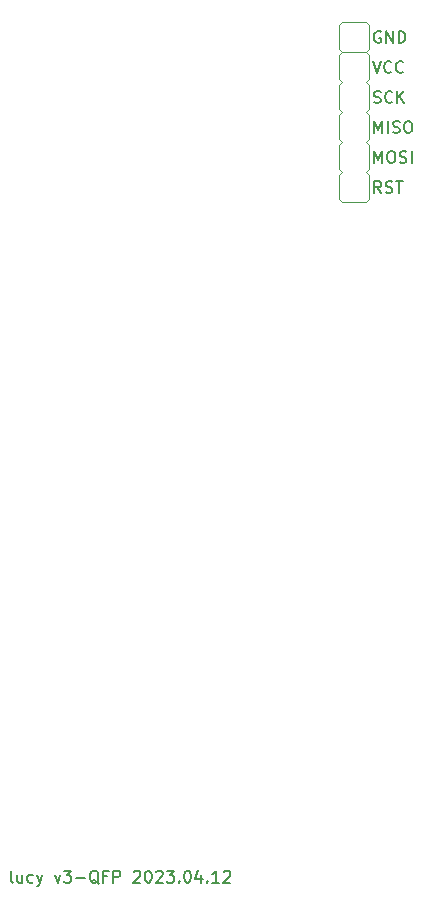
<source format=gbr>
%TF.GenerationSoftware,KiCad,Pcbnew,7.0.1-0*%
%TF.CreationDate,2023-04-12T11:46:53-05:00*%
%TF.ProjectId,pcb,7063622e-6b69-4636-9164-5f7063625858,rev?*%
%TF.SameCoordinates,Original*%
%TF.FileFunction,Legend,Top*%
%TF.FilePolarity,Positive*%
%FSLAX46Y46*%
G04 Gerber Fmt 4.6, Leading zero omitted, Abs format (unit mm)*
G04 Created by KiCad (PCBNEW 7.0.1-0) date 2023-04-12 11:46:53*
%MOMM*%
%LPD*%
G01*
G04 APERTURE LIST*
%ADD10C,0.150000*%
%ADD11C,0.120000*%
G04 APERTURE END LIST*
D10*
X231505952Y-94902619D02*
X231410714Y-94855000D01*
X231410714Y-94855000D02*
X231363095Y-94759761D01*
X231363095Y-94759761D02*
X231363095Y-93902619D01*
X232315476Y-94235952D02*
X232315476Y-94902619D01*
X231886905Y-94235952D02*
X231886905Y-94759761D01*
X231886905Y-94759761D02*
X231934524Y-94855000D01*
X231934524Y-94855000D02*
X232029762Y-94902619D01*
X232029762Y-94902619D02*
X232172619Y-94902619D01*
X232172619Y-94902619D02*
X232267857Y-94855000D01*
X232267857Y-94855000D02*
X232315476Y-94807380D01*
X233220238Y-94855000D02*
X233125000Y-94902619D01*
X233125000Y-94902619D02*
X232934524Y-94902619D01*
X232934524Y-94902619D02*
X232839286Y-94855000D01*
X232839286Y-94855000D02*
X232791667Y-94807380D01*
X232791667Y-94807380D02*
X232744048Y-94712142D01*
X232744048Y-94712142D02*
X232744048Y-94426428D01*
X232744048Y-94426428D02*
X232791667Y-94331190D01*
X232791667Y-94331190D02*
X232839286Y-94283571D01*
X232839286Y-94283571D02*
X232934524Y-94235952D01*
X232934524Y-94235952D02*
X233125000Y-94235952D01*
X233125000Y-94235952D02*
X233220238Y-94283571D01*
X233553572Y-94235952D02*
X233791667Y-94902619D01*
X234029762Y-94235952D02*
X233791667Y-94902619D01*
X233791667Y-94902619D02*
X233696429Y-95140714D01*
X233696429Y-95140714D02*
X233648810Y-95188333D01*
X233648810Y-95188333D02*
X233553572Y-95235952D01*
X235077382Y-94235952D02*
X235315477Y-94902619D01*
X235315477Y-94902619D02*
X235553572Y-94235952D01*
X235839287Y-93902619D02*
X236458334Y-93902619D01*
X236458334Y-93902619D02*
X236125001Y-94283571D01*
X236125001Y-94283571D02*
X236267858Y-94283571D01*
X236267858Y-94283571D02*
X236363096Y-94331190D01*
X236363096Y-94331190D02*
X236410715Y-94378809D01*
X236410715Y-94378809D02*
X236458334Y-94474047D01*
X236458334Y-94474047D02*
X236458334Y-94712142D01*
X236458334Y-94712142D02*
X236410715Y-94807380D01*
X236410715Y-94807380D02*
X236363096Y-94855000D01*
X236363096Y-94855000D02*
X236267858Y-94902619D01*
X236267858Y-94902619D02*
X235982144Y-94902619D01*
X235982144Y-94902619D02*
X235886906Y-94855000D01*
X235886906Y-94855000D02*
X235839287Y-94807380D01*
X236886906Y-94521666D02*
X237648811Y-94521666D01*
X238791667Y-94997857D02*
X238696429Y-94950238D01*
X238696429Y-94950238D02*
X238601191Y-94855000D01*
X238601191Y-94855000D02*
X238458334Y-94712142D01*
X238458334Y-94712142D02*
X238363096Y-94664523D01*
X238363096Y-94664523D02*
X238267858Y-94664523D01*
X238315477Y-94902619D02*
X238220239Y-94855000D01*
X238220239Y-94855000D02*
X238125001Y-94759761D01*
X238125001Y-94759761D02*
X238077382Y-94569285D01*
X238077382Y-94569285D02*
X238077382Y-94235952D01*
X238077382Y-94235952D02*
X238125001Y-94045476D01*
X238125001Y-94045476D02*
X238220239Y-93950238D01*
X238220239Y-93950238D02*
X238315477Y-93902619D01*
X238315477Y-93902619D02*
X238505953Y-93902619D01*
X238505953Y-93902619D02*
X238601191Y-93950238D01*
X238601191Y-93950238D02*
X238696429Y-94045476D01*
X238696429Y-94045476D02*
X238744048Y-94235952D01*
X238744048Y-94235952D02*
X238744048Y-94569285D01*
X238744048Y-94569285D02*
X238696429Y-94759761D01*
X238696429Y-94759761D02*
X238601191Y-94855000D01*
X238601191Y-94855000D02*
X238505953Y-94902619D01*
X238505953Y-94902619D02*
X238315477Y-94902619D01*
X239505953Y-94378809D02*
X239172620Y-94378809D01*
X239172620Y-94902619D02*
X239172620Y-93902619D01*
X239172620Y-93902619D02*
X239648810Y-93902619D01*
X240029763Y-94902619D02*
X240029763Y-93902619D01*
X240029763Y-93902619D02*
X240410715Y-93902619D01*
X240410715Y-93902619D02*
X240505953Y-93950238D01*
X240505953Y-93950238D02*
X240553572Y-93997857D01*
X240553572Y-93997857D02*
X240601191Y-94093095D01*
X240601191Y-94093095D02*
X240601191Y-94235952D01*
X240601191Y-94235952D02*
X240553572Y-94331190D01*
X240553572Y-94331190D02*
X240505953Y-94378809D01*
X240505953Y-94378809D02*
X240410715Y-94426428D01*
X240410715Y-94426428D02*
X240029763Y-94426428D01*
X241744049Y-93997857D02*
X241791668Y-93950238D01*
X241791668Y-93950238D02*
X241886906Y-93902619D01*
X241886906Y-93902619D02*
X242125001Y-93902619D01*
X242125001Y-93902619D02*
X242220239Y-93950238D01*
X242220239Y-93950238D02*
X242267858Y-93997857D01*
X242267858Y-93997857D02*
X242315477Y-94093095D01*
X242315477Y-94093095D02*
X242315477Y-94188333D01*
X242315477Y-94188333D02*
X242267858Y-94331190D01*
X242267858Y-94331190D02*
X241696430Y-94902619D01*
X241696430Y-94902619D02*
X242315477Y-94902619D01*
X242934525Y-93902619D02*
X243029763Y-93902619D01*
X243029763Y-93902619D02*
X243125001Y-93950238D01*
X243125001Y-93950238D02*
X243172620Y-93997857D01*
X243172620Y-93997857D02*
X243220239Y-94093095D01*
X243220239Y-94093095D02*
X243267858Y-94283571D01*
X243267858Y-94283571D02*
X243267858Y-94521666D01*
X243267858Y-94521666D02*
X243220239Y-94712142D01*
X243220239Y-94712142D02*
X243172620Y-94807380D01*
X243172620Y-94807380D02*
X243125001Y-94855000D01*
X243125001Y-94855000D02*
X243029763Y-94902619D01*
X243029763Y-94902619D02*
X242934525Y-94902619D01*
X242934525Y-94902619D02*
X242839287Y-94855000D01*
X242839287Y-94855000D02*
X242791668Y-94807380D01*
X242791668Y-94807380D02*
X242744049Y-94712142D01*
X242744049Y-94712142D02*
X242696430Y-94521666D01*
X242696430Y-94521666D02*
X242696430Y-94283571D01*
X242696430Y-94283571D02*
X242744049Y-94093095D01*
X242744049Y-94093095D02*
X242791668Y-93997857D01*
X242791668Y-93997857D02*
X242839287Y-93950238D01*
X242839287Y-93950238D02*
X242934525Y-93902619D01*
X243648811Y-93997857D02*
X243696430Y-93950238D01*
X243696430Y-93950238D02*
X243791668Y-93902619D01*
X243791668Y-93902619D02*
X244029763Y-93902619D01*
X244029763Y-93902619D02*
X244125001Y-93950238D01*
X244125001Y-93950238D02*
X244172620Y-93997857D01*
X244172620Y-93997857D02*
X244220239Y-94093095D01*
X244220239Y-94093095D02*
X244220239Y-94188333D01*
X244220239Y-94188333D02*
X244172620Y-94331190D01*
X244172620Y-94331190D02*
X243601192Y-94902619D01*
X243601192Y-94902619D02*
X244220239Y-94902619D01*
X244553573Y-93902619D02*
X245172620Y-93902619D01*
X245172620Y-93902619D02*
X244839287Y-94283571D01*
X244839287Y-94283571D02*
X244982144Y-94283571D01*
X244982144Y-94283571D02*
X245077382Y-94331190D01*
X245077382Y-94331190D02*
X245125001Y-94378809D01*
X245125001Y-94378809D02*
X245172620Y-94474047D01*
X245172620Y-94474047D02*
X245172620Y-94712142D01*
X245172620Y-94712142D02*
X245125001Y-94807380D01*
X245125001Y-94807380D02*
X245077382Y-94855000D01*
X245077382Y-94855000D02*
X244982144Y-94902619D01*
X244982144Y-94902619D02*
X244696430Y-94902619D01*
X244696430Y-94902619D02*
X244601192Y-94855000D01*
X244601192Y-94855000D02*
X244553573Y-94807380D01*
X245601192Y-94807380D02*
X245648811Y-94855000D01*
X245648811Y-94855000D02*
X245601192Y-94902619D01*
X245601192Y-94902619D02*
X245553573Y-94855000D01*
X245553573Y-94855000D02*
X245601192Y-94807380D01*
X245601192Y-94807380D02*
X245601192Y-94902619D01*
X246267858Y-93902619D02*
X246363096Y-93902619D01*
X246363096Y-93902619D02*
X246458334Y-93950238D01*
X246458334Y-93950238D02*
X246505953Y-93997857D01*
X246505953Y-93997857D02*
X246553572Y-94093095D01*
X246553572Y-94093095D02*
X246601191Y-94283571D01*
X246601191Y-94283571D02*
X246601191Y-94521666D01*
X246601191Y-94521666D02*
X246553572Y-94712142D01*
X246553572Y-94712142D02*
X246505953Y-94807380D01*
X246505953Y-94807380D02*
X246458334Y-94855000D01*
X246458334Y-94855000D02*
X246363096Y-94902619D01*
X246363096Y-94902619D02*
X246267858Y-94902619D01*
X246267858Y-94902619D02*
X246172620Y-94855000D01*
X246172620Y-94855000D02*
X246125001Y-94807380D01*
X246125001Y-94807380D02*
X246077382Y-94712142D01*
X246077382Y-94712142D02*
X246029763Y-94521666D01*
X246029763Y-94521666D02*
X246029763Y-94283571D01*
X246029763Y-94283571D02*
X246077382Y-94093095D01*
X246077382Y-94093095D02*
X246125001Y-93997857D01*
X246125001Y-93997857D02*
X246172620Y-93950238D01*
X246172620Y-93950238D02*
X246267858Y-93902619D01*
X247458334Y-94235952D02*
X247458334Y-94902619D01*
X247220239Y-93855000D02*
X246982144Y-94569285D01*
X246982144Y-94569285D02*
X247601191Y-94569285D01*
X247982144Y-94807380D02*
X248029763Y-94855000D01*
X248029763Y-94855000D02*
X247982144Y-94902619D01*
X247982144Y-94902619D02*
X247934525Y-94855000D01*
X247934525Y-94855000D02*
X247982144Y-94807380D01*
X247982144Y-94807380D02*
X247982144Y-94902619D01*
X248982143Y-94902619D02*
X248410715Y-94902619D01*
X248696429Y-94902619D02*
X248696429Y-93902619D01*
X248696429Y-93902619D02*
X248601191Y-94045476D01*
X248601191Y-94045476D02*
X248505953Y-94140714D01*
X248505953Y-94140714D02*
X248410715Y-94188333D01*
X249363096Y-93997857D02*
X249410715Y-93950238D01*
X249410715Y-93950238D02*
X249505953Y-93902619D01*
X249505953Y-93902619D02*
X249744048Y-93902619D01*
X249744048Y-93902619D02*
X249839286Y-93950238D01*
X249839286Y-93950238D02*
X249886905Y-93997857D01*
X249886905Y-93997857D02*
X249934524Y-94093095D01*
X249934524Y-94093095D02*
X249934524Y-94188333D01*
X249934524Y-94188333D02*
X249886905Y-94331190D01*
X249886905Y-94331190D02*
X249315477Y-94902619D01*
X249315477Y-94902619D02*
X249934524Y-94902619D01*
%TO.C,J2*%
X262089476Y-28845000D02*
X262232333Y-28892619D01*
X262232333Y-28892619D02*
X262470428Y-28892619D01*
X262470428Y-28892619D02*
X262565666Y-28845000D01*
X262565666Y-28845000D02*
X262613285Y-28797380D01*
X262613285Y-28797380D02*
X262660904Y-28702142D01*
X262660904Y-28702142D02*
X262660904Y-28606904D01*
X262660904Y-28606904D02*
X262613285Y-28511666D01*
X262613285Y-28511666D02*
X262565666Y-28464047D01*
X262565666Y-28464047D02*
X262470428Y-28416428D01*
X262470428Y-28416428D02*
X262279952Y-28368809D01*
X262279952Y-28368809D02*
X262184714Y-28321190D01*
X262184714Y-28321190D02*
X262137095Y-28273571D01*
X262137095Y-28273571D02*
X262089476Y-28178333D01*
X262089476Y-28178333D02*
X262089476Y-28083095D01*
X262089476Y-28083095D02*
X262137095Y-27987857D01*
X262137095Y-27987857D02*
X262184714Y-27940238D01*
X262184714Y-27940238D02*
X262279952Y-27892619D01*
X262279952Y-27892619D02*
X262518047Y-27892619D01*
X262518047Y-27892619D02*
X262660904Y-27940238D01*
X263660904Y-28797380D02*
X263613285Y-28845000D01*
X263613285Y-28845000D02*
X263470428Y-28892619D01*
X263470428Y-28892619D02*
X263375190Y-28892619D01*
X263375190Y-28892619D02*
X263232333Y-28845000D01*
X263232333Y-28845000D02*
X263137095Y-28749761D01*
X263137095Y-28749761D02*
X263089476Y-28654523D01*
X263089476Y-28654523D02*
X263041857Y-28464047D01*
X263041857Y-28464047D02*
X263041857Y-28321190D01*
X263041857Y-28321190D02*
X263089476Y-28130714D01*
X263089476Y-28130714D02*
X263137095Y-28035476D01*
X263137095Y-28035476D02*
X263232333Y-27940238D01*
X263232333Y-27940238D02*
X263375190Y-27892619D01*
X263375190Y-27892619D02*
X263470428Y-27892619D01*
X263470428Y-27892619D02*
X263613285Y-27940238D01*
X263613285Y-27940238D02*
X263660904Y-27987857D01*
X264089476Y-28892619D02*
X264089476Y-27892619D01*
X264660904Y-28892619D02*
X264232333Y-28321190D01*
X264660904Y-27892619D02*
X264089476Y-28464047D01*
X262137095Y-33972619D02*
X262137095Y-32972619D01*
X262137095Y-32972619D02*
X262470428Y-33686904D01*
X262470428Y-33686904D02*
X262803761Y-32972619D01*
X262803761Y-32972619D02*
X262803761Y-33972619D01*
X263470428Y-32972619D02*
X263660904Y-32972619D01*
X263660904Y-32972619D02*
X263756142Y-33020238D01*
X263756142Y-33020238D02*
X263851380Y-33115476D01*
X263851380Y-33115476D02*
X263898999Y-33305952D01*
X263898999Y-33305952D02*
X263898999Y-33639285D01*
X263898999Y-33639285D02*
X263851380Y-33829761D01*
X263851380Y-33829761D02*
X263756142Y-33925000D01*
X263756142Y-33925000D02*
X263660904Y-33972619D01*
X263660904Y-33972619D02*
X263470428Y-33972619D01*
X263470428Y-33972619D02*
X263375190Y-33925000D01*
X263375190Y-33925000D02*
X263279952Y-33829761D01*
X263279952Y-33829761D02*
X263232333Y-33639285D01*
X263232333Y-33639285D02*
X263232333Y-33305952D01*
X263232333Y-33305952D02*
X263279952Y-33115476D01*
X263279952Y-33115476D02*
X263375190Y-33020238D01*
X263375190Y-33020238D02*
X263470428Y-32972619D01*
X264279952Y-33925000D02*
X264422809Y-33972619D01*
X264422809Y-33972619D02*
X264660904Y-33972619D01*
X264660904Y-33972619D02*
X264756142Y-33925000D01*
X264756142Y-33925000D02*
X264803761Y-33877380D01*
X264803761Y-33877380D02*
X264851380Y-33782142D01*
X264851380Y-33782142D02*
X264851380Y-33686904D01*
X264851380Y-33686904D02*
X264803761Y-33591666D01*
X264803761Y-33591666D02*
X264756142Y-33544047D01*
X264756142Y-33544047D02*
X264660904Y-33496428D01*
X264660904Y-33496428D02*
X264470428Y-33448809D01*
X264470428Y-33448809D02*
X264375190Y-33401190D01*
X264375190Y-33401190D02*
X264327571Y-33353571D01*
X264327571Y-33353571D02*
X264279952Y-33258333D01*
X264279952Y-33258333D02*
X264279952Y-33163095D01*
X264279952Y-33163095D02*
X264327571Y-33067857D01*
X264327571Y-33067857D02*
X264375190Y-33020238D01*
X264375190Y-33020238D02*
X264470428Y-32972619D01*
X264470428Y-32972619D02*
X264708523Y-32972619D01*
X264708523Y-32972619D02*
X264851380Y-33020238D01*
X265279952Y-33972619D02*
X265279952Y-32972619D01*
X262708523Y-36512619D02*
X262375190Y-36036428D01*
X262137095Y-36512619D02*
X262137095Y-35512619D01*
X262137095Y-35512619D02*
X262518047Y-35512619D01*
X262518047Y-35512619D02*
X262613285Y-35560238D01*
X262613285Y-35560238D02*
X262660904Y-35607857D01*
X262660904Y-35607857D02*
X262708523Y-35703095D01*
X262708523Y-35703095D02*
X262708523Y-35845952D01*
X262708523Y-35845952D02*
X262660904Y-35941190D01*
X262660904Y-35941190D02*
X262613285Y-35988809D01*
X262613285Y-35988809D02*
X262518047Y-36036428D01*
X262518047Y-36036428D02*
X262137095Y-36036428D01*
X263089476Y-36465000D02*
X263232333Y-36512619D01*
X263232333Y-36512619D02*
X263470428Y-36512619D01*
X263470428Y-36512619D02*
X263565666Y-36465000D01*
X263565666Y-36465000D02*
X263613285Y-36417380D01*
X263613285Y-36417380D02*
X263660904Y-36322142D01*
X263660904Y-36322142D02*
X263660904Y-36226904D01*
X263660904Y-36226904D02*
X263613285Y-36131666D01*
X263613285Y-36131666D02*
X263565666Y-36084047D01*
X263565666Y-36084047D02*
X263470428Y-36036428D01*
X263470428Y-36036428D02*
X263279952Y-35988809D01*
X263279952Y-35988809D02*
X263184714Y-35941190D01*
X263184714Y-35941190D02*
X263137095Y-35893571D01*
X263137095Y-35893571D02*
X263089476Y-35798333D01*
X263089476Y-35798333D02*
X263089476Y-35703095D01*
X263089476Y-35703095D02*
X263137095Y-35607857D01*
X263137095Y-35607857D02*
X263184714Y-35560238D01*
X263184714Y-35560238D02*
X263279952Y-35512619D01*
X263279952Y-35512619D02*
X263518047Y-35512619D01*
X263518047Y-35512619D02*
X263660904Y-35560238D01*
X263946619Y-35512619D02*
X264518047Y-35512619D01*
X264232333Y-36512619D02*
X264232333Y-35512619D01*
X262137095Y-31432619D02*
X262137095Y-30432619D01*
X262137095Y-30432619D02*
X262470428Y-31146904D01*
X262470428Y-31146904D02*
X262803761Y-30432619D01*
X262803761Y-30432619D02*
X262803761Y-31432619D01*
X263279952Y-31432619D02*
X263279952Y-30432619D01*
X263708523Y-31385000D02*
X263851380Y-31432619D01*
X263851380Y-31432619D02*
X264089475Y-31432619D01*
X264089475Y-31432619D02*
X264184713Y-31385000D01*
X264184713Y-31385000D02*
X264232332Y-31337380D01*
X264232332Y-31337380D02*
X264279951Y-31242142D01*
X264279951Y-31242142D02*
X264279951Y-31146904D01*
X264279951Y-31146904D02*
X264232332Y-31051666D01*
X264232332Y-31051666D02*
X264184713Y-31004047D01*
X264184713Y-31004047D02*
X264089475Y-30956428D01*
X264089475Y-30956428D02*
X263898999Y-30908809D01*
X263898999Y-30908809D02*
X263803761Y-30861190D01*
X263803761Y-30861190D02*
X263756142Y-30813571D01*
X263756142Y-30813571D02*
X263708523Y-30718333D01*
X263708523Y-30718333D02*
X263708523Y-30623095D01*
X263708523Y-30623095D02*
X263756142Y-30527857D01*
X263756142Y-30527857D02*
X263803761Y-30480238D01*
X263803761Y-30480238D02*
X263898999Y-30432619D01*
X263898999Y-30432619D02*
X264137094Y-30432619D01*
X264137094Y-30432619D02*
X264279951Y-30480238D01*
X264898999Y-30432619D02*
X265089475Y-30432619D01*
X265089475Y-30432619D02*
X265184713Y-30480238D01*
X265184713Y-30480238D02*
X265279951Y-30575476D01*
X265279951Y-30575476D02*
X265327570Y-30765952D01*
X265327570Y-30765952D02*
X265327570Y-31099285D01*
X265327570Y-31099285D02*
X265279951Y-31289761D01*
X265279951Y-31289761D02*
X265184713Y-31385000D01*
X265184713Y-31385000D02*
X265089475Y-31432619D01*
X265089475Y-31432619D02*
X264898999Y-31432619D01*
X264898999Y-31432619D02*
X264803761Y-31385000D01*
X264803761Y-31385000D02*
X264708523Y-31289761D01*
X264708523Y-31289761D02*
X264660904Y-31099285D01*
X264660904Y-31099285D02*
X264660904Y-30765952D01*
X264660904Y-30765952D02*
X264708523Y-30575476D01*
X264708523Y-30575476D02*
X264803761Y-30480238D01*
X264803761Y-30480238D02*
X264898999Y-30432619D01*
X261994238Y-25352619D02*
X262327571Y-26352619D01*
X262327571Y-26352619D02*
X262660904Y-25352619D01*
X263565666Y-26257380D02*
X263518047Y-26305000D01*
X263518047Y-26305000D02*
X263375190Y-26352619D01*
X263375190Y-26352619D02*
X263279952Y-26352619D01*
X263279952Y-26352619D02*
X263137095Y-26305000D01*
X263137095Y-26305000D02*
X263041857Y-26209761D01*
X263041857Y-26209761D02*
X262994238Y-26114523D01*
X262994238Y-26114523D02*
X262946619Y-25924047D01*
X262946619Y-25924047D02*
X262946619Y-25781190D01*
X262946619Y-25781190D02*
X262994238Y-25590714D01*
X262994238Y-25590714D02*
X263041857Y-25495476D01*
X263041857Y-25495476D02*
X263137095Y-25400238D01*
X263137095Y-25400238D02*
X263279952Y-25352619D01*
X263279952Y-25352619D02*
X263375190Y-25352619D01*
X263375190Y-25352619D02*
X263518047Y-25400238D01*
X263518047Y-25400238D02*
X263565666Y-25447857D01*
X264565666Y-26257380D02*
X264518047Y-26305000D01*
X264518047Y-26305000D02*
X264375190Y-26352619D01*
X264375190Y-26352619D02*
X264279952Y-26352619D01*
X264279952Y-26352619D02*
X264137095Y-26305000D01*
X264137095Y-26305000D02*
X264041857Y-26209761D01*
X264041857Y-26209761D02*
X263994238Y-26114523D01*
X263994238Y-26114523D02*
X263946619Y-25924047D01*
X263946619Y-25924047D02*
X263946619Y-25781190D01*
X263946619Y-25781190D02*
X263994238Y-25590714D01*
X263994238Y-25590714D02*
X264041857Y-25495476D01*
X264041857Y-25495476D02*
X264137095Y-25400238D01*
X264137095Y-25400238D02*
X264279952Y-25352619D01*
X264279952Y-25352619D02*
X264375190Y-25352619D01*
X264375190Y-25352619D02*
X264518047Y-25400238D01*
X264518047Y-25400238D02*
X264565666Y-25447857D01*
X262660904Y-22860238D02*
X262565666Y-22812619D01*
X262565666Y-22812619D02*
X262422809Y-22812619D01*
X262422809Y-22812619D02*
X262279952Y-22860238D01*
X262279952Y-22860238D02*
X262184714Y-22955476D01*
X262184714Y-22955476D02*
X262137095Y-23050714D01*
X262137095Y-23050714D02*
X262089476Y-23241190D01*
X262089476Y-23241190D02*
X262089476Y-23384047D01*
X262089476Y-23384047D02*
X262137095Y-23574523D01*
X262137095Y-23574523D02*
X262184714Y-23669761D01*
X262184714Y-23669761D02*
X262279952Y-23765000D01*
X262279952Y-23765000D02*
X262422809Y-23812619D01*
X262422809Y-23812619D02*
X262518047Y-23812619D01*
X262518047Y-23812619D02*
X262660904Y-23765000D01*
X262660904Y-23765000D02*
X262708523Y-23717380D01*
X262708523Y-23717380D02*
X262708523Y-23384047D01*
X262708523Y-23384047D02*
X262518047Y-23384047D01*
X263137095Y-23812619D02*
X263137095Y-22812619D01*
X263137095Y-22812619D02*
X263708523Y-23812619D01*
X263708523Y-23812619D02*
X263708523Y-22812619D01*
X264184714Y-23812619D02*
X264184714Y-22812619D01*
X264184714Y-22812619D02*
X264422809Y-22812619D01*
X264422809Y-22812619D02*
X264565666Y-22860238D01*
X264565666Y-22860238D02*
X264660904Y-22955476D01*
X264660904Y-22955476D02*
X264708523Y-23050714D01*
X264708523Y-23050714D02*
X264756142Y-23241190D01*
X264756142Y-23241190D02*
X264756142Y-23384047D01*
X264756142Y-23384047D02*
X264708523Y-23574523D01*
X264708523Y-23574523D02*
X264660904Y-23669761D01*
X264660904Y-23669761D02*
X264565666Y-23765000D01*
X264565666Y-23765000D02*
X264422809Y-23812619D01*
X264422809Y-23812619D02*
X264184714Y-23812619D01*
D11*
X261645000Y-37066000D02*
X261391000Y-37320000D01*
X261645000Y-35034000D02*
X261645000Y-37066000D01*
X261645000Y-35034000D02*
X261391000Y-34780000D01*
X261645000Y-34526000D02*
X261391000Y-34780000D01*
X261645000Y-32494000D02*
X261645000Y-34526000D01*
X261645000Y-32494000D02*
X261391000Y-32240000D01*
X261645000Y-31986000D02*
X261391000Y-32240000D01*
X261645000Y-29954000D02*
X261645000Y-31986000D01*
X261645000Y-29954000D02*
X261391000Y-29700000D01*
X261645000Y-29446000D02*
X261391000Y-29700000D01*
X261645000Y-27414000D02*
X261645000Y-29446000D01*
X261645000Y-27414000D02*
X261391000Y-27160000D01*
X261645000Y-26906000D02*
X261391000Y-27160000D01*
X261645000Y-24874000D02*
X261645000Y-26906000D01*
X261645000Y-24874000D02*
X261391000Y-24620000D01*
X261645000Y-24366000D02*
X261645000Y-22334000D01*
X261645000Y-24366000D02*
X261391000Y-24620000D01*
X261645000Y-22334000D02*
X261391000Y-22080000D01*
X261391000Y-22080000D02*
X259359000Y-22080000D01*
X259359000Y-37320000D02*
X261391000Y-37320000D01*
X259359000Y-24620000D02*
X261391000Y-24620000D01*
X259105000Y-37066000D02*
X259359000Y-37320000D01*
X259105000Y-35034000D02*
X259359000Y-34780000D01*
X259105000Y-35034000D02*
X259105000Y-37066000D01*
X259105000Y-34526000D02*
X259359000Y-34780000D01*
X259105000Y-32494000D02*
X259359000Y-32240000D01*
X259105000Y-32494000D02*
X259105000Y-34526000D01*
X259105000Y-31986000D02*
X259359000Y-32240000D01*
X259105000Y-29954000D02*
X259359000Y-29700000D01*
X259105000Y-29954000D02*
X259105000Y-31986000D01*
X259105000Y-29446000D02*
X259359000Y-29700000D01*
X259105000Y-27414000D02*
X259359000Y-27160000D01*
X259105000Y-27414000D02*
X259105000Y-29446000D01*
X259105000Y-26906000D02*
X259359000Y-27160000D01*
X259105000Y-24874000D02*
X259359000Y-24620000D01*
X259105000Y-24874000D02*
X259105000Y-26906000D01*
X259105000Y-24366000D02*
X259359000Y-24620000D01*
X259105000Y-24366000D02*
X259105000Y-22334000D01*
X259105000Y-22334000D02*
X259359000Y-22080000D01*
%TD*%
M02*

</source>
